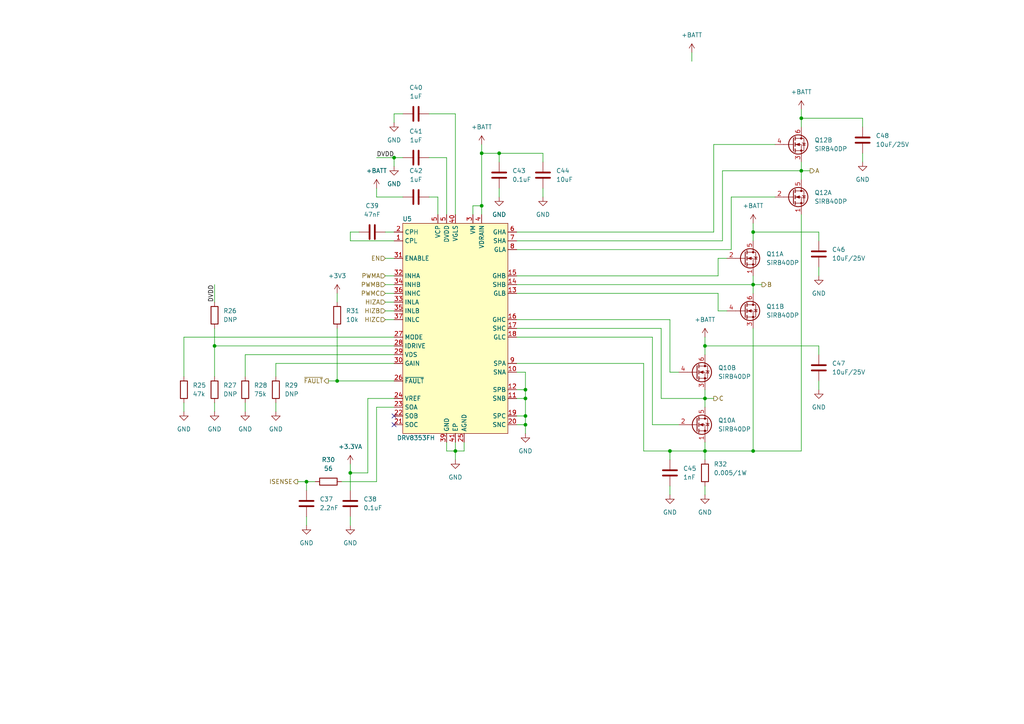
<source format=kicad_sch>
(kicad_sch (version 20210621) (generator eeschema)
  (paper "A4")
  (lib_symbols
    (symbol "Device:C" (pin_numbers hide) (pin_names (offset 0.254))
      (property "Reference" "C" (at 0.635 2.54 0))
      (property "Value" "C" (at 0.635 -2.54 0))
      (symbol "C_0_1"
        (polyline (pts (xy -2.032 -0.762) (xy 2.032 -0.762)) (stroke (width 0.508)))
        (polyline (pts (xy -2.032 0.762) (xy 2.032 0.762)) (stroke (width 0.508)))
      )
      (symbol "C_1_1"
        (pin passive line (at 0 3.81 270) (length 2.794) (name "~") (number "1"))
        (pin passive line (at 0 -3.81 90) (length 2.794) (name "~") (number "2"))
      )
    )
    (symbol "Device:R" (pin_numbers hide) (pin_names (offset 0))
      (property "Reference" "R" (at 2.032 0 90))
      (property "Value" "R" (at 0 0 90))
      (symbol "R_0_1"
        (rectangle (start -1.016 -2.54) (end 1.016 2.54) (stroke (width 0.254)))
      )
      (symbol "R_1_1"
        (pin passive line (at 0 3.81 270) (length 1.27) (name "~") (number "1"))
        (pin passive line (at 0 -3.81 90) (length 1.27) (name "~") (number "2"))
      )
    )
    (symbol "multiesc_symbols:DRV8353FH"
      (property "Reference" "U" (at -13.97 31.75 0))
      (property "Value" "DRV8353FH" (at -11.43 -31.75 0))
      (symbol "DRV8353FH_0_1"
        (rectangle (start -15.24 30.48) (end 15.24 -30.48) (stroke (width 0.1524)) (fill (type background)))
      )
      (symbol "DRV8353FH_1_1"
        (pin passive line (at -17.78 25.4 0) (length 2.54) (name "CPL") (number "1"))
        (pin input line (at 17.78 -12.7 180) (length 2.54) (name "SNA") (number "10"))
        (pin input line (at 17.78 -20.32 180) (length 2.54) (name "SNB") (number "11"))
        (pin input line (at 17.78 -17.78 180) (length 2.54) (name "SPB") (number "12"))
        (pin output line (at 17.78 10.16 180) (length 2.54) (name "GLB") (number "13"))
        (pin input line (at 17.78 12.7 180) (length 2.54) (name "SHB") (number "14"))
        (pin output line (at 17.78 15.24 180) (length 2.54) (name "GHB") (number "15"))
        (pin output line (at 17.78 2.54 180) (length 2.54) (name "GHC") (number "16"))
        (pin input line (at 17.78 0 180) (length 2.54) (name "SHC") (number "17"))
        (pin output line (at 17.78 -2.54 180) (length 2.54) (name "GLC") (number "18"))
        (pin input line (at 17.78 -25.4 180) (length 2.54) (name "SPC") (number "19"))
        (pin passive line (at -17.78 27.94 0) (length 2.54) (name "CPH") (number "2"))
        (pin input line (at 17.78 -27.94 180) (length 2.54) (name "SNC") (number "20"))
        (pin output line (at -17.78 -27.94 0) (length 2.54) (name "SOC") (number "21"))
        (pin output line (at -17.78 -25.4 0) (length 2.54) (name "SOB") (number "22"))
        (pin output line (at -17.78 -22.86 0) (length 2.54) (name "SOA") (number "23"))
        (pin power_in line (at -17.78 -20.32 0) (length 2.54) (name "VREF") (number "24"))
        (pin power_in line (at 2.54 -33.02 90) (length 2.54) (name "AGND") (number "25"))
        (pin open_collector line (at -17.78 -15.24 0) (length 2.54) (name "~{FAULT}") (number "26"))
        (pin input line (at -17.78 -2.54 0) (length 2.54) (name "MODE") (number "27"))
        (pin input line (at -17.78 -5.08 0) (length 2.54) (name "IDRIVE") (number "28"))
        (pin input line (at -17.78 -7.62 0) (length 2.54) (name "VDS") (number "29"))
        (pin power_in line (at 5.08 33.02 270) (length 2.54) (name "VM") (number "3"))
        (pin input line (at -17.78 -10.16 0) (length 2.54) (name "GAIN") (number "30"))
        (pin input line (at -17.78 20.32 0) (length 2.54) (name "ENABLE") (number "31"))
        (pin input line (at -17.78 15.24 0) (length 2.54) (name "INHA") (number "32"))
        (pin input line (at -17.78 7.62 0) (length 2.54) (name "INLA") (number "33"))
        (pin input line (at -17.78 12.7 0) (length 2.54) (name "INHB") (number "34"))
        (pin input line (at -17.78 5.08 0) (length 2.54) (name "INLB") (number "35"))
        (pin input line (at -17.78 10.16 0) (length 2.54) (name "INHC") (number "36"))
        (pin input line (at -17.78 2.54 0) (length 2.54) (name "INLC") (number "37"))
        (pin power_in line (at -2.54 -33.02 90) (length 2.54) (name "GND") (number "39"))
        (pin input line (at 7.62 33.02 270) (length 2.54) (name "VDRAIN") (number "4"))
        (pin power_out line (at 0 33.02 270) (length 2.54) (name "VGLS") (number "40"))
        (pin power_in line (at 0 -33.02 90) (length 2.54) (name "EP") (number "41"))
        (pin power_out line (at -2.54 33.02 270) (length 2.54) (name "DVDD") (number "5"))
        (pin power_out line (at -5.08 33.02 270) (length 2.54) (name "VCP") (number "5"))
        (pin output line (at 17.78 27.94 180) (length 2.54) (name "GHA") (number "6"))
        (pin input line (at 17.78 25.4 180) (length 2.54) (name "SHA") (number "7"))
        (pin output line (at 17.78 22.86 180) (length 2.54) (name "GLA") (number "8"))
        (pin input line (at 17.78 -10.16 180) (length 2.54) (name "SPA") (number "9"))
      )
    )
    (symbol "multiesc_symbols:Q_Dual_NMOS_S1G1S2G2D2D1" (pin_names (offset 0) hide)
      (property "Reference" "Q" (at 6.35 1.27 0))
      (property "Value" "Q_Dual_NMOS_S1G1S2G2D2D1" (at 19.05 -1.27 0))
      (symbol "Q_Dual_NMOS_S1G1S2G2D2D1_0_1"
        (circle (center 1.651 0) (radius 2.794) (stroke (width 0.254)))
        (circle (center 2.54 -1.778) (radius 0.254) (fill (type outline)))
        (circle (center 2.54 1.778) (radius 0.254) (fill (type outline)))
        (polyline (pts (xy 0.254 0) (xy -2.54 0)))
        (polyline (pts (xy 0.254 1.905) (xy 0.254 -1.905)) (stroke (width 0.254)))
        (polyline (pts (xy 0.762 -1.27) (xy 0.762 -2.286)) (stroke (width 0.254)))
        (polyline (pts (xy 0.762 0.508) (xy 0.762 -0.508)) (stroke (width 0.254)))
        (polyline (pts (xy 0.762 2.286) (xy 0.762 1.27)) (stroke (width 0.254)))
        (polyline (pts (xy 2.54 2.54) (xy 2.54 1.778)))
        (polyline (pts (xy 2.54 -2.54) (xy 2.54 0) (xy 0.762 0)))
        (polyline (pts (xy 0.762 -1.778) (xy 3.302 -1.778) (xy 3.302 1.778) (xy 0.762 1.778)))
        (polyline (pts (xy 2.794 0.508) (xy 2.921 0.381) (xy 3.683 0.381) (xy 3.81 0.254)))
        (polyline (pts (xy 3.302 0.381) (xy 2.921 -0.254) (xy 3.683 -0.254) (xy 3.302 0.381)))
        (polyline (pts (xy 1.016 0) (xy 2.032 0.381) (xy 2.032 -0.381) (xy 1.016 0)) (fill (type outline)))
      )
      (symbol "Q_Dual_NMOS_S1G1S2G2D2D1_1_1"
        (pin passive line (at 2.54 -5.08 90) (length 2.54) (name "S") (number "1"))
        (pin input line (at -5.08 0 0) (length 2.54) (name "G") (number "2"))
        (pin passive line (at 2.54 5.08 270) (length 2.54) (name "D") (number "5"))
      )
      (symbol "Q_Dual_NMOS_S1G1S2G2D2D1_2_1"
        (pin passive line (at 2.54 -5.08 90) (length 2.54) (name "S") (number "3"))
        (pin input line (at -5.08 0 0) (length 2.54) (name "G") (number "4"))
        (pin passive line (at 2.54 5.08 270) (length 2.54) (name "D") (number "6"))
      )
    )
    (symbol "power:+3.3V" (power) (pin_names (offset 0))
      (property "Value" "+3.3V" (at 0 3.556 0))
      (symbol "+3.3V_0_1"
        (polyline (pts (xy -0.762 1.27) (xy 0 2.54)))
        (polyline (pts (xy 0 0) (xy 0 2.54)))
        (polyline (pts (xy 0 2.54) (xy 0.762 1.27)))
      )
      (symbol "+3.3V_1_1"
        (pin power_in line (at 0 0 90) (length 0) hide (name "+3V3") (number "1"))
      )
    )
    (symbol "power:+3.3VA" (power) (pin_names (offset 0))
      (property "Value" "+3.3VA" (at 0 3.556 0))
      (symbol "+3.3VA_0_1"
        (polyline (pts (xy -0.762 1.27) (xy 0 2.54)))
        (polyline (pts (xy 0 0) (xy 0 2.54)))
        (polyline (pts (xy 0 2.54) (xy 0.762 1.27)))
      )
      (symbol "+3.3VA_1_1"
        (pin power_in line (at 0 0 90) (length 0) hide (name "+3.3VA") (number "1"))
      )
    )
    (symbol "power:+BATT" (power) (pin_names (offset 0))
      (property "Value" "+BATT" (at 0 3.556 0))
      (symbol "+BATT_0_1"
        (polyline (pts (xy -0.762 1.27) (xy 0 2.54)))
        (polyline (pts (xy 0 0) (xy 0 2.54)))
        (polyline (pts (xy 0 2.54) (xy 0.762 1.27)))
      )
      (symbol "+BATT_1_1"
        (pin power_in line (at 0 0 90) (length 0) hide (name "+BATT") (number "1"))
      )
    )
    (symbol "power:GND" (power) (pin_names (offset 0))
      (property "Value" "GND" (at 0 -3.81 0))
      (symbol "GND_0_1"
        (polyline (pts (xy 0 0) (xy 0 -1.27) (xy 1.27 -1.27) (xy 0 -2.54) (xy -1.27 -1.27) (xy 0 -1.27)))
      )
      (symbol "GND_1_1"
        (pin power_in line (at 0 0 270) (length 0) hide (name "GND") (number "1"))
      )
    )
  )
  (junction (at 62.23 100.33) (diameter 0.9144))
  (junction (at 88.9 139.7) (diameter 0.9144))
  (junction (at 97.79 110.49) (diameter 0.9144))
  (junction (at 101.6 137.16) (diameter 0.9144))
  (junction (at 114.3 45.72) (diameter 0.9144))
  (junction (at 132.08 130.81) (diameter 0.9144))
  (junction (at 139.7 44.45) (diameter 0.9144))
  (junction (at 139.7 59.69) (diameter 0.9144))
  (junction (at 144.78 44.45) (diameter 0.9144))
  (junction (at 152.4 113.03) (diameter 0.9144))
  (junction (at 152.4 115.57) (diameter 0.9144))
  (junction (at 152.4 120.65) (diameter 0.9144))
  (junction (at 152.4 123.19) (diameter 0.9144))
  (junction (at 194.31 130.81) (diameter 0.9144))
  (junction (at 204.47 100.33) (diameter 0.9144))
  (junction (at 204.47 115.57) (diameter 0.9144))
  (junction (at 204.47 130.81) (diameter 0.9144))
  (junction (at 218.44 67.31) (diameter 0.9144))
  (junction (at 218.44 82.55) (diameter 0.9144))
  (junction (at 218.44 130.81) (diameter 0.9144))
  (junction (at 232.41 34.29) (diameter 0.9144))
  (junction (at 232.41 49.53) (diameter 0.9144))
  (no_connect (at 114.3 120.65))
  (no_connect (at 114.3 123.19))
  (wire (pts (xy 53.34 97.79) (xy 53.34 109.22)))
  (wire (pts (xy 53.34 116.84) (xy 53.34 119.38)))
  (wire (pts (xy 62.23 82.55) (xy 62.23 87.63)))
  (wire (pts (xy 62.23 95.25) (xy 62.23 100.33)))
  (wire (pts (xy 62.23 100.33) (xy 62.23 109.22)))
  (wire (pts (xy 62.23 116.84) (xy 62.23 119.38)))
  (wire (pts (xy 71.12 102.87) (xy 71.12 109.22)))
  (wire (pts (xy 71.12 116.84) (xy 71.12 119.38)))
  (wire (pts (xy 80.01 105.41) (xy 114.3 105.41)))
  (wire (pts (xy 80.01 109.22) (xy 80.01 105.41)))
  (wire (pts (xy 80.01 116.84) (xy 80.01 119.38)))
  (wire (pts (xy 86.36 139.7) (xy 88.9 139.7)))
  (wire (pts (xy 88.9 139.7) (xy 88.9 142.24)))
  (wire (pts (xy 88.9 149.86) (xy 88.9 152.4)))
  (wire (pts (xy 91.44 139.7) (xy 88.9 139.7)))
  (wire (pts (xy 95.25 110.49) (xy 97.79 110.49)))
  (wire (pts (xy 97.79 85.09) (xy 97.79 87.63)))
  (wire (pts (xy 97.79 110.49) (xy 97.79 95.25)))
  (wire (pts (xy 97.79 110.49) (xy 114.3 110.49)))
  (wire (pts (xy 101.6 67.31) (xy 104.14 67.31)))
  (wire (pts (xy 101.6 69.85) (xy 101.6 67.31)))
  (wire (pts (xy 101.6 134.62) (xy 101.6 137.16)))
  (wire (pts (xy 101.6 137.16) (xy 101.6 142.24)))
  (wire (pts (xy 101.6 149.86) (xy 101.6 152.4)))
  (wire (pts (xy 106.68 115.57) (xy 106.68 137.16)))
  (wire (pts (xy 106.68 137.16) (xy 101.6 137.16)))
  (wire (pts (xy 109.22 45.72) (xy 114.3 45.72)))
  (wire (pts (xy 109.22 57.15) (xy 109.22 54.61)))
  (wire (pts (xy 109.22 57.15) (xy 116.84 57.15)))
  (wire (pts (xy 109.22 118.11) (xy 109.22 139.7)))
  (wire (pts (xy 109.22 139.7) (xy 99.06 139.7)))
  (wire (pts (xy 111.76 67.31) (xy 114.3 67.31)))
  (wire (pts (xy 111.76 74.93) (xy 114.3 74.93)))
  (wire (pts (xy 111.76 80.01) (xy 114.3 80.01)))
  (wire (pts (xy 111.76 82.55) (xy 114.3 82.55)))
  (wire (pts (xy 111.76 85.09) (xy 114.3 85.09)))
  (wire (pts (xy 111.76 87.63) (xy 114.3 87.63)))
  (wire (pts (xy 111.76 90.17) (xy 114.3 90.17)))
  (wire (pts (xy 111.76 92.71) (xy 114.3 92.71)))
  (wire (pts (xy 114.3 33.02) (xy 114.3 35.56)))
  (wire (pts (xy 114.3 45.72) (xy 114.3 48.26)))
  (wire (pts (xy 114.3 69.85) (xy 101.6 69.85)))
  (wire (pts (xy 114.3 97.79) (xy 53.34 97.79)))
  (wire (pts (xy 114.3 100.33) (xy 62.23 100.33)))
  (wire (pts (xy 114.3 102.87) (xy 71.12 102.87)))
  (wire (pts (xy 114.3 115.57) (xy 106.68 115.57)))
  (wire (pts (xy 114.3 118.11) (xy 109.22 118.11)))
  (wire (pts (xy 116.84 33.02) (xy 114.3 33.02)))
  (wire (pts (xy 116.84 45.72) (xy 114.3 45.72)))
  (wire (pts (xy 124.46 33.02) (xy 132.08 33.02)))
  (wire (pts (xy 124.46 45.72) (xy 129.54 45.72)))
  (wire (pts (xy 124.46 57.15) (xy 127 57.15)))
  (wire (pts (xy 127 57.15) (xy 127 62.23)))
  (wire (pts (xy 129.54 45.72) (xy 129.54 62.23)))
  (wire (pts (xy 129.54 128.27) (xy 129.54 130.81)))
  (wire (pts (xy 129.54 130.81) (xy 132.08 130.81)))
  (wire (pts (xy 132.08 33.02) (xy 132.08 62.23)))
  (wire (pts (xy 132.08 128.27) (xy 132.08 130.81)))
  (wire (pts (xy 132.08 130.81) (xy 132.08 133.35)))
  (wire (pts (xy 132.08 130.81) (xy 134.62 130.81)))
  (wire (pts (xy 134.62 130.81) (xy 134.62 128.27)))
  (wire (pts (xy 137.16 59.69) (xy 139.7 59.69)))
  (wire (pts (xy 137.16 62.23) (xy 137.16 59.69)))
  (wire (pts (xy 139.7 44.45) (xy 139.7 41.91)))
  (wire (pts (xy 139.7 44.45) (xy 139.7 59.69)))
  (wire (pts (xy 139.7 59.69) (xy 139.7 62.23)))
  (wire (pts (xy 144.78 44.45) (xy 139.7 44.45)))
  (wire (pts (xy 144.78 44.45) (xy 144.78 46.99)))
  (wire (pts (xy 144.78 54.61) (xy 144.78 57.15)))
  (wire (pts (xy 149.86 82.55) (xy 218.44 82.55)))
  (wire (pts (xy 149.86 105.41) (xy 186.69 105.41)))
  (wire (pts (xy 149.86 113.03) (xy 152.4 113.03)))
  (wire (pts (xy 149.86 115.57) (xy 152.4 115.57)))
  (wire (pts (xy 149.86 120.65) (xy 152.4 120.65)))
  (wire (pts (xy 149.86 123.19) (xy 152.4 123.19)))
  (wire (pts (xy 152.4 107.95) (xy 149.86 107.95)))
  (wire (pts (xy 152.4 113.03) (xy 152.4 107.95)))
  (wire (pts (xy 152.4 115.57) (xy 152.4 113.03)))
  (wire (pts (xy 152.4 120.65) (xy 152.4 115.57)))
  (wire (pts (xy 152.4 123.19) (xy 152.4 120.65)))
  (wire (pts (xy 152.4 123.19) (xy 152.4 125.73)))
  (wire (pts (xy 157.48 44.45) (xy 144.78 44.45)))
  (wire (pts (xy 157.48 46.99) (xy 157.48 44.45)))
  (wire (pts (xy 157.48 54.61) (xy 157.48 57.15)))
  (wire (pts (xy 186.69 105.41) (xy 186.69 130.81)))
  (wire (pts (xy 186.69 130.81) (xy 194.31 130.81)))
  (wire (pts (xy 189.23 97.79) (xy 149.86 97.79)))
  (wire (pts (xy 189.23 123.19) (xy 189.23 97.79)))
  (wire (pts (xy 191.77 95.25) (xy 149.86 95.25)))
  (wire (pts (xy 191.77 115.57) (xy 191.77 95.25)))
  (wire (pts (xy 194.31 92.71) (xy 149.86 92.71)))
  (wire (pts (xy 194.31 107.95) (xy 194.31 92.71)))
  (wire (pts (xy 194.31 130.81) (xy 194.31 133.35)))
  (wire (pts (xy 194.31 130.81) (xy 204.47 130.81)))
  (wire (pts (xy 194.31 140.97) (xy 194.31 143.51)))
  (wire (pts (xy 196.85 107.95) (xy 194.31 107.95)))
  (wire (pts (xy 196.85 123.19) (xy 189.23 123.19)))
  (wire (pts (xy 200.66 15.24) (xy 200.66 17.78)))
  (wire (pts (xy 204.47 97.79) (xy 204.47 100.33)))
  (wire (pts (xy 204.47 100.33) (xy 204.47 102.87)))
  (wire (pts (xy 204.47 113.03) (xy 204.47 115.57)))
  (wire (pts (xy 204.47 115.57) (xy 191.77 115.57)))
  (wire (pts (xy 204.47 115.57) (xy 204.47 118.11)))
  (wire (pts (xy 204.47 115.57) (xy 207.01 115.57)))
  (wire (pts (xy 204.47 128.27) (xy 204.47 130.81)))
  (wire (pts (xy 204.47 130.81) (xy 204.47 133.35)))
  (wire (pts (xy 204.47 140.97) (xy 204.47 143.51)))
  (wire (pts (xy 207.01 41.91) (xy 207.01 67.31)))
  (wire (pts (xy 207.01 67.31) (xy 149.86 67.31)))
  (wire (pts (xy 208.28 74.93) (xy 208.28 80.01)))
  (wire (pts (xy 208.28 80.01) (xy 149.86 80.01)))
  (wire (pts (xy 208.28 85.09) (xy 149.86 85.09)))
  (wire (pts (xy 208.28 90.17) (xy 208.28 85.09)))
  (wire (pts (xy 209.55 49.53) (xy 209.55 69.85)))
  (wire (pts (xy 209.55 69.85) (xy 149.86 69.85)))
  (wire (pts (xy 210.82 74.93) (xy 208.28 74.93)))
  (wire (pts (xy 210.82 90.17) (xy 208.28 90.17)))
  (wire (pts (xy 212.09 57.15) (xy 212.09 72.39)))
  (wire (pts (xy 212.09 72.39) (xy 149.86 72.39)))
  (wire (pts (xy 218.44 64.77) (xy 218.44 67.31)))
  (wire (pts (xy 218.44 67.31) (xy 218.44 69.85)))
  (wire (pts (xy 218.44 80.01) (xy 218.44 82.55)))
  (wire (pts (xy 218.44 82.55) (xy 218.44 85.09)))
  (wire (pts (xy 218.44 82.55) (xy 220.98 82.55)))
  (wire (pts (xy 218.44 95.25) (xy 218.44 130.81)))
  (wire (pts (xy 218.44 130.81) (xy 204.47 130.81)))
  (wire (pts (xy 224.79 41.91) (xy 207.01 41.91)))
  (wire (pts (xy 224.79 57.15) (xy 212.09 57.15)))
  (wire (pts (xy 232.41 31.75) (xy 232.41 34.29)))
  (wire (pts (xy 232.41 34.29) (xy 232.41 36.83)))
  (wire (pts (xy 232.41 46.99) (xy 232.41 49.53)))
  (wire (pts (xy 232.41 49.53) (xy 209.55 49.53)))
  (wire (pts (xy 232.41 49.53) (xy 232.41 52.07)))
  (wire (pts (xy 232.41 49.53) (xy 234.95 49.53)))
  (wire (pts (xy 232.41 62.23) (xy 232.41 130.81)))
  (wire (pts (xy 232.41 130.81) (xy 218.44 130.81)))
  (wire (pts (xy 237.49 67.31) (xy 218.44 67.31)))
  (wire (pts (xy 237.49 69.85) (xy 237.49 67.31)))
  (wire (pts (xy 237.49 77.47) (xy 237.49 80.01)))
  (wire (pts (xy 237.49 100.33) (xy 204.47 100.33)))
  (wire (pts (xy 237.49 102.87) (xy 237.49 100.33)))
  (wire (pts (xy 237.49 110.49) (xy 237.49 113.03)))
  (wire (pts (xy 250.19 34.29) (xy 232.41 34.29)))
  (wire (pts (xy 250.19 36.83) (xy 250.19 34.29)))
  (wire (pts (xy 250.19 44.45) (xy 250.19 46.99)))
  (label "DVDD" (at 62.23 82.55 270))
  (label "DVDD" (at 109.22 45.72 0))
  (hierarchical_label "ISENSE" (shape output) (at 86.36 139.7 180))
  (hierarchical_label "~{FAULT}" (shape output) (at 95.25 110.49 180))
  (hierarchical_label "EN" (shape input) (at 111.76 74.93 180))
  (hierarchical_label "PWMA" (shape input) (at 111.76 80.01 180))
  (hierarchical_label "PWMB" (shape input) (at 111.76 82.55 180))
  (hierarchical_label "PWMC" (shape input) (at 111.76 85.09 180))
  (hierarchical_label "HIZA" (shape input) (at 111.76 87.63 180))
  (hierarchical_label "HIZB" (shape input) (at 111.76 90.17 180))
  (hierarchical_label "HIZC" (shape input) (at 111.76 92.71 180))
  (hierarchical_label "C" (shape output) (at 207.01 115.57 0))
  (hierarchical_label "B" (shape output) (at 220.98 82.55 0))
  (hierarchical_label "A" (shape output) (at 234.95 49.53 0))
  (symbol (lib_id "power:+3.3V") (at 97.79 85.09 0) (unit 1)
    (property "Reference" "#PWR0220" (effects hide))
    (property "Value" "+3.3V" (at 97.79 80.01 0))
  )
  (symbol (lib_id "power:+3.3VA") (at 101.6 134.62 0) (unit 1)
    (property "Reference" "#PWR0208" (effects hide))
    (property "Value" "+3.3VA" (at 101.6 129.54 0))
  )
  (symbol (lib_id "power:+BATT") (at 109.22 54.61 0) (unit 1)
    (property "Reference" "#PWR0172" (effects hide))
    (property "Value" "+BATT" (at 109.22 49.53 0))
  )
  (symbol (lib_id "power:+BATT") (at 139.7 41.91 0) (unit 1)
    (property "Reference" "#PWR0177" (effects hide))
    (property "Value" "+BATT" (at 139.7 36.83 0))
  )
  (symbol (lib_id "power:+BATT") (at 200.66 15.24 0) (unit 1)
    (property "Reference" "#PWR0179" (effects hide))
    (property "Value" "+BATT" (at 200.66 10.16 0))
  )
  (symbol (lib_id "power:+BATT") (at 204.47 97.79 0) (unit 1)
    (property "Reference" "#PWR0180" (effects hide))
    (property "Value" "+BATT" (at 204.47 92.71 0))
  )
  (symbol (lib_id "power:+BATT") (at 218.44 64.77 0) (unit 1)
    (property "Reference" "#PWR0181" (effects hide))
    (property "Value" "+BATT" (at 218.44 59.69 0))
  )
  (symbol (lib_id "power:+BATT") (at 232.41 31.75 0) (unit 1)
    (property "Reference" "#PWR0183" (effects hide))
    (property "Value" "+BATT" (at 232.41 26.67 0))
  )
  (symbol (lib_id "power:GND") (at 53.34 119.38 0) (unit 1)
    (property "Reference" "#PWR0166" (effects hide))
    (property "Value" "GND" (at 53.34 124.46 0))
  )
  (symbol (lib_id "power:GND") (at 62.23 119.38 0) (unit 1)
    (property "Reference" "#PWR0185" (effects hide))
    (property "Value" "GND" (at 62.23 124.46 0))
  )
  (symbol (lib_id "power:GND") (at 71.12 119.38 0) (unit 1)
    (property "Reference" "#PWR0184" (effects hide))
    (property "Value" "GND" (at 71.12 124.46 0))
  )
  (symbol (lib_id "power:GND") (at 80.01 119.38 0) (unit 1)
    (property "Reference" "#PWR0186" (effects hide))
    (property "Value" "GND" (at 80.01 124.46 0))
  )
  (symbol (lib_id "power:GND") (at 88.9 152.4 0) (unit 1)
    (property "Reference" "#PWR0188" (effects hide))
    (property "Value" "GND" (at 88.9 157.48 0))
  )
  (symbol (lib_id "power:GND") (at 101.6 152.4 0) (unit 1)
    (property "Reference" "#PWR0189" (effects hide))
    (property "Value" "GND" (at 101.6 157.48 0))
  )
  (symbol (lib_id "power:GND") (at 114.3 35.56 0) (unit 1)
    (property "Reference" "#PWR0173" (effects hide))
    (property "Value" "GND" (at 114.3 40.64 0))
  )
  (symbol (lib_id "power:GND") (at 114.3 48.26 0) (unit 1)
    (property "Reference" "#PWR0171" (effects hide))
    (property "Value" "GND" (at 114.3 53.34 0))
  )
  (symbol (lib_id "power:GND") (at 132.08 133.35 0) (unit 1)
    (property "Reference" "#PWR0174" (effects hide))
    (property "Value" "GND" (at 132.08 138.43 0))
  )
  (symbol (lib_id "power:GND") (at 144.78 57.15 0) (unit 1)
    (property "Reference" "#PWR0176" (effects hide))
    (property "Value" "GND" (at 144.78 62.23 0))
  )
  (symbol (lib_id "power:GND") (at 152.4 125.73 0) (unit 1)
    (property "Reference" "#PWR0175" (effects hide))
    (property "Value" "GND" (at 152.4 130.81 0))
  )
  (symbol (lib_id "power:GND") (at 157.48 57.15 0) (unit 1)
    (property "Reference" "#PWR0178" (effects hide))
    (property "Value" "GND" (at 157.48 62.23 0))
  )
  (symbol (lib_id "power:GND") (at 194.31 143.51 0) (unit 1)
    (property "Reference" "#PWR0167" (effects hide))
    (property "Value" "GND" (at 194.31 148.59 0))
  )
  (symbol (lib_id "power:GND") (at 204.47 143.51 0) (unit 1)
    (property "Reference" "#PWR0170" (effects hide))
    (property "Value" "GND" (at 204.47 148.59 0))
  )
  (symbol (lib_id "power:GND") (at 237.49 80.01 0) (unit 1)
    (property "Reference" "#PWR0169" (effects hide))
    (property "Value" "GND" (at 237.49 85.09 0))
  )
  (symbol (lib_id "power:GND") (at 237.49 113.03 0) (unit 1)
    (property "Reference" "#PWR0168" (effects hide))
    (property "Value" "GND" (at 237.49 118.11 0))
  )
  (symbol (lib_id "power:GND") (at 250.19 46.99 0) (unit 1)
    (property "Reference" "#PWR0182" (effects hide))
    (property "Value" "GND" (at 250.19 52.07 0))
  )
  (symbol (lib_id "Device:R") (at 53.34 113.03 180) (unit 1)
    (property "Reference" "R25" (at 55.88 111.7599 0) (effects (justify right)))
    (property "Value" "47k" (at 55.88 114.2999 0) (effects (justify right)))
    (property "Footprint" "Resistor_SMD:R_0402_1005Metric" (effects hide))
  )
  (symbol (lib_id "Device:R") (at 62.23 91.44 180) (unit 1)
    (property "Reference" "R26" (at 64.77 90.1699 0) (effects (justify right)))
    (property "Value" "DNP" (at 64.77 92.7099 0) (effects (justify right)))
    (property "Footprint" "Resistor_SMD:R_0402_1005Metric" (effects hide))
  )
  (symbol (lib_id "Device:R") (at 62.23 113.03 180) (unit 1)
    (property "Reference" "R27" (at 64.77 111.7599 0) (effects (justify right)))
    (property "Value" "DNP" (at 64.77 114.2999 0) (effects (justify right)))
    (property "Footprint" "Resistor_SMD:R_0402_1005Metric" (effects hide))
  )
  (symbol (lib_id "Device:R") (at 71.12 113.03 180) (unit 1)
    (property "Reference" "R28" (at 73.66 111.7599 0) (effects (justify right)))
    (property "Value" "75k" (at 73.66 114.2999 0) (effects (justify right)))
    (property "Footprint" "Resistor_SMD:R_0402_1005Metric" (effects hide))
  )
  (symbol (lib_id "Device:R") (at 80.01 113.03 180) (unit 1)
    (property "Reference" "R29" (at 82.55 111.7599 0) (effects (justify right)))
    (property "Value" "DNP" (at 82.55 114.2999 0) (effects (justify right)))
    (property "Footprint" "Resistor_SMD:R_0402_1005Metric" (effects hide))
  )
  (symbol (lib_id "Device:R") (at 95.25 139.7 90) (unit 1)
    (property "Reference" "R30" (at 95.25 133.35 90))
    (property "Value" "56" (at 95.25 135.89 90))
    (property "Footprint" "Resistor_SMD:R_0402_1005Metric" (effects hide))
  )
  (symbol (lib_id "Device:R") (at 97.79 91.44 180) (unit 1)
    (property "Reference" "R31" (at 100.33 90.1699 0) (effects (justify right)))
    (property "Value" "10k" (at 100.33 92.7099 0) (effects (justify right)))
    (property "Footprint" "Resistor_SMD:R_0402_1005Metric" (effects hide))
  )
  (symbol (lib_id "Device:R") (at 204.47 137.16 0) (unit 1)
    (property "Reference" "R32" (at 207.01 134.6199 0) (effects (justify left)))
    (property "Value" "0.005{slash}1W" (at 207.01 137.1599 0) (effects (justify left)))
    (property "Footprint" "Resistor_SMD:R_0612_1632Metric" (effects hide))
  )
  (symbol (lib_id "Device:C") (at 88.9 146.05 180) (unit 1)
    (property "Reference" "C37" (at 92.71 144.7799 0) (effects (justify right)))
    (property "Value" "2.2nF" (at 92.71 147.3199 0) (effects (justify right)))
    (property "Footprint" "Capacitor_SMD:C_0402_1005Metric" (effects hide))
  )
  (symbol (lib_id "Device:C") (at 101.6 146.05 180) (unit 1)
    (property "Reference" "C38" (at 105.41 144.7799 0) (effects (justify right)))
    (property "Value" "0.1uF" (at 105.41 147.3199 0) (effects (justify right)))
    (property "Footprint" "Capacitor_SMD:C_0402_1005Metric" (effects hide))
    (property "Digikey" "1276-6720-1-ND" (effects hide))
  )
  (symbol (lib_id "Device:C") (at 107.95 67.31 90) (unit 1)
    (property "Reference" "C39" (at 107.95 59.69 90))
    (property "Value" "47nF" (at 107.95 62.23 90))
    (property "Footprint" "Capacitor_SMD:C_0402_1005Metric" (effects hide))
    (property "Digikey" "587-1225-1-ND" (effects hide))
  )
  (symbol (lib_id "Device:C") (at 120.65 33.02 270) (unit 1)
    (property "Reference" "C40" (at 120.65 25.4 90))
    (property "Value" "1uF" (at 120.65 27.94 90))
    (property "Footprint" "Capacitor_SMD:C_0603_1608Metric" (effects hide))
    (property "Digikey" "1276-1184-1-ND" (effects hide))
  )
  (symbol (lib_id "Device:C") (at 120.65 45.72 270) (unit 1)
    (property "Reference" "C41" (at 120.65 38.1 90))
    (property "Value" "1uF" (at 120.65 40.64 90))
    (property "Footprint" "Capacitor_SMD:C_0603_1608Metric" (effects hide))
    (property "Digikey" "1276-1184-1-ND" (effects hide))
  )
  (symbol (lib_id "Device:C") (at 120.65 57.15 270) (unit 1)
    (property "Reference" "C42" (at 120.65 49.53 90))
    (property "Value" "1uF" (at 120.65 52.07 90))
    (property "Footprint" "Capacitor_SMD:C_0603_1608Metric" (effects hide))
    (property "Digikey" "1276-1184-1-ND" (effects hide))
  )
  (symbol (lib_id "Device:C") (at 144.78 50.8 180) (unit 1)
    (property "Reference" "C43" (at 148.59 49.5299 0) (effects (justify right)))
    (property "Value" "0.1uF" (at 148.59 52.0699 0) (effects (justify right)))
    (property "Footprint" "Capacitor_SMD:C_0402_1005Metric" (effects hide))
    (property "Digikey" "1276-6720-1-ND" (effects hide))
  )
  (symbol (lib_id "Device:C") (at 157.48 50.8 180) (unit 1)
    (property "Reference" "C44" (at 161.29 49.5299 0) (effects (justify right)))
    (property "Value" "10uF" (at 161.29 52.0699 0) (effects (justify right)))
    (property "Footprint" "Capacitor_SMD:C_0805_2012Metric" (effects hide))
  )
  (symbol (lib_id "Device:C") (at 194.31 137.16 180) (unit 1)
    (property "Reference" "C45" (at 198.12 135.8899 0) (effects (justify right)))
    (property "Value" "1nF" (at 198.12 138.4299 0) (effects (justify right)))
    (property "Footprint" "Resistor_SMD:R_0402_1005Metric" (effects hide))
    (property "Digikey" "732-7556-1-ND" (effects hide))
  )
  (symbol (lib_id "Device:C") (at 237.49 73.66 0) (unit 1)
    (property "Reference" "C46" (at 241.3 72.3899 0) (effects (justify left)))
    (property "Value" "10uF{slash}25V" (at 241.3 74.9299 0) (effects (justify left)))
    (property "Footprint" "Capacitor_SMD:C_0805_2012Metric" (effects hide))
  )
  (symbol (lib_id "Device:C") (at 237.49 106.68 0) (unit 1)
    (property "Reference" "C47" (at 241.3 105.4099 0) (effects (justify left)))
    (property "Value" "10uF{slash}25V" (at 241.3 107.9499 0) (effects (justify left)))
    (property "Footprint" "Capacitor_SMD:C_0805_2012Metric" (effects hide))
  )
  (symbol (lib_id "Device:C") (at 250.19 40.64 0) (unit 1)
    (property "Reference" "C48" (at 254 39.3699 0) (effects (justify left)))
    (property "Value" "10uF{slash}25V" (at 254 41.9099 0) (effects (justify left)))
    (property "Footprint" "Capacitor_SMD:C_0805_2012Metric" (effects hide))
  )
  (symbol (lib_id "multiesc_symbols:Q_Dual_NMOS_S1G1S2G2D2D1") (at 201.93 107.95 0) (unit 2)
    (property "Reference" "Q10" (at 208.28 106.6799 0) (effects (justify left)))
    (property "Value" "SiRB40DP" (at 208.28 109.2199 0) (effects (justify left)))
    (property "Footprint" "Package_SO:PowerPAK_SO-8_Dual" (effects hide))
  )
  (symbol (lib_id "multiesc_symbols:Q_Dual_NMOS_S1G1S2G2D2D1") (at 201.93 123.19 0) (unit 1)
    (property "Reference" "Q10" (at 208.28 121.9199 0) (effects (justify left)))
    (property "Value" "SiRB40DP" (at 208.28 124.4599 0) (effects (justify left)))
    (property "Footprint" "Package_SO:PowerPAK_SO-8_Dual" (effects hide))
  )
  (symbol (lib_id "multiesc_symbols:Q_Dual_NMOS_S1G1S2G2D2D1") (at 215.9 74.93 0) (unit 1)
    (property "Reference" "Q11" (at 222.25 73.6599 0) (effects (justify left)))
    (property "Value" "SiRB40DP" (at 222.25 76.1999 0) (effects (justify left)))
    (property "Footprint" "Package_SO:PowerPAK_SO-8_Dual" (effects hide))
  )
  (symbol (lib_id "multiesc_symbols:Q_Dual_NMOS_S1G1S2G2D2D1") (at 215.9 90.17 0) (unit 2)
    (property "Reference" "Q11" (at 222.25 88.8999 0) (effects (justify left)))
    (property "Value" "SiRB40DP" (at 222.25 91.4399 0) (effects (justify left)))
    (property "Footprint" "Package_SO:PowerPAK_SO-8_Dual" (effects hide))
  )
  (symbol (lib_id "multiesc_symbols:Q_Dual_NMOS_S1G1S2G2D2D1") (at 229.87 41.91 0) (unit 2)
    (property "Reference" "Q12" (at 236.22 40.6399 0) (effects (justify left)))
    (property "Value" "SiRB40DP" (at 236.22 43.1799 0) (effects (justify left)))
    (property "Footprint" "Package_SO:PowerPAK_SO-8_Dual" (effects hide))
  )
  (symbol (lib_id "multiesc_symbols:Q_Dual_NMOS_S1G1S2G2D2D1") (at 229.87 57.15 0) (unit 1)
    (property "Reference" "Q12" (at 236.22 55.8799 0) (effects (justify left)))
    (property "Value" "SiRB40DP" (at 236.22 58.4199 0) (effects (justify left)))
    (property "Footprint" "Package_SO:PowerPAK_SO-8_Dual" (effects hide))
  )
  (symbol (lib_id "multiesc_symbols:DRV8353FH") (at 132.08 95.25 0) (unit 1)
    (property "Reference" "U5" (at 118.11 63.5 0))
    (property "Value" "DRV8353FH" (at 120.65 127 0))
    (property "Footprint" "Package_DFN_QFN:Texas_S-PVQFN-N40_EP4.15x4.15mm" (effects hide))
    (property "Datasheet" "https://www.ti.com/lit/ds/symlink/drv8353f.pdf" (effects hide))
  )
)
</source>
